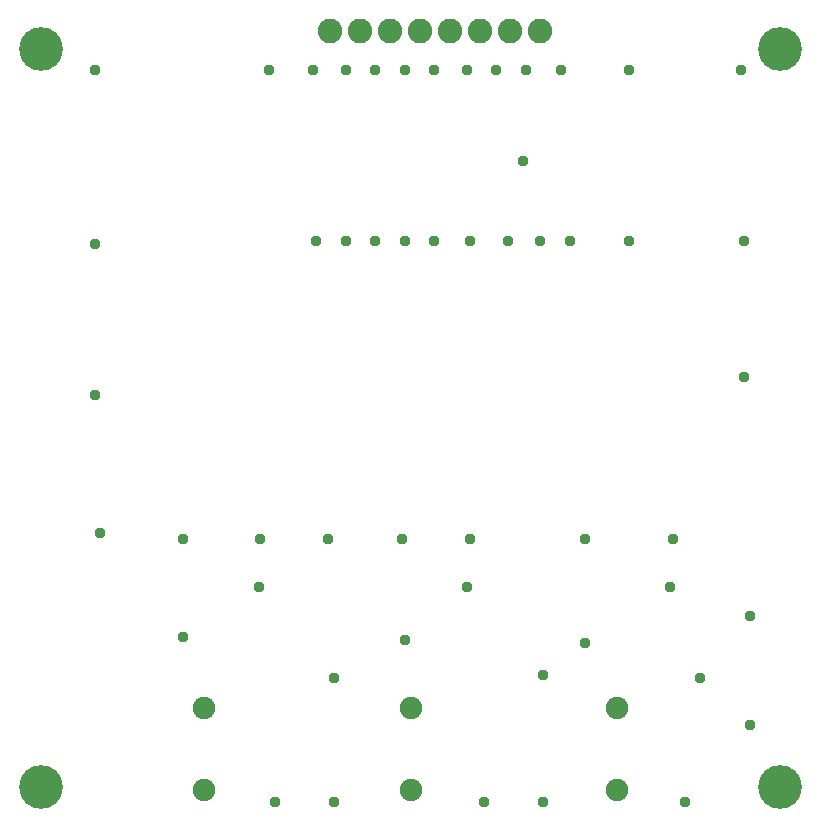
<source format=gbr>
G04 EAGLE Gerber RS-274X export*
G75*
%MOMM*%
%FSLAX34Y34*%
%LPD*%
%INSoldermask Bottom*%
%IPPOS*%
%AMOC8*
5,1,8,0,0,1.08239X$1,22.5*%
G01*
%ADD10C,3.703200*%
%ADD11C,1.903200*%
%ADD12C,2.082800*%
%ADD13C,0.959600*%


D10*
X37500Y662500D03*
X662500Y662500D03*
X662500Y37500D03*
X37500Y37500D03*
D11*
X525000Y35000D03*
X525000Y105000D03*
D12*
X460000Y677500D03*
X434600Y677500D03*
X409200Y677500D03*
X383800Y677500D03*
X358400Y677500D03*
X333000Y677500D03*
X307600Y677500D03*
X282200Y677500D03*
D11*
X350000Y35000D03*
X350000Y105000D03*
X175000Y35000D03*
X175000Y105000D03*
D13*
X570000Y207500D03*
X222000Y207500D03*
X460000Y500000D03*
X397500Y207500D03*
X432500Y500000D03*
X400000Y500000D03*
X370000Y500000D03*
X485000Y500000D03*
X235000Y25000D03*
X535000Y500000D03*
X535000Y645000D03*
X230000Y645000D03*
X82500Y645000D03*
X637500Y90000D03*
X447500Y645000D03*
X370000Y645000D03*
X397500Y645000D03*
X422500Y645000D03*
X400000Y247500D03*
X572500Y247500D03*
X497500Y160000D03*
X637500Y182500D03*
X497500Y247500D03*
X462500Y132500D03*
X462500Y25000D03*
X445000Y567500D03*
X345000Y645000D03*
X320000Y645000D03*
X295000Y645000D03*
X267500Y645000D03*
X477500Y645000D03*
X345000Y500000D03*
X320000Y500000D03*
X295000Y500000D03*
X270000Y500000D03*
X342500Y247500D03*
X280000Y247500D03*
X222500Y247500D03*
X157500Y247500D03*
X157500Y165000D03*
X345000Y162500D03*
X412500Y25000D03*
X582500Y25000D03*
X285000Y25000D03*
X285000Y130000D03*
X595000Y130000D03*
X82500Y497500D03*
X82500Y370000D03*
X87500Y252500D03*
X632500Y385000D03*
X632500Y500000D03*
X630000Y645000D03*
M02*

</source>
